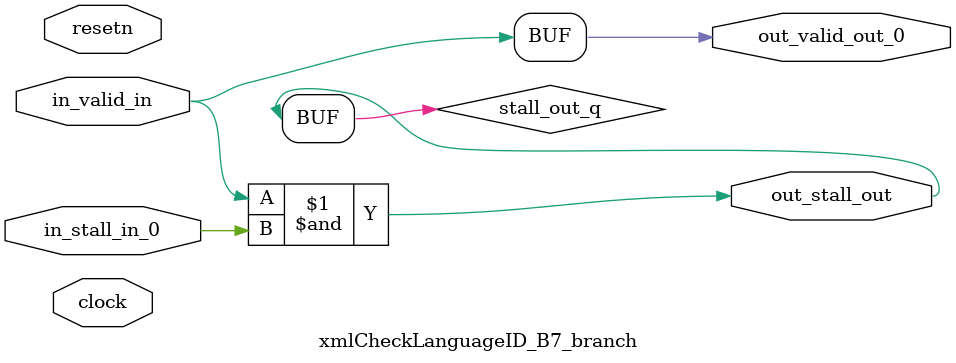
<source format=sv>



(* altera_attribute = "-name AUTO_SHIFT_REGISTER_RECOGNITION OFF; -name MESSAGE_DISABLE 10036; -name MESSAGE_DISABLE 10037; -name MESSAGE_DISABLE 14130; -name MESSAGE_DISABLE 14320; -name MESSAGE_DISABLE 15400; -name MESSAGE_DISABLE 14130; -name MESSAGE_DISABLE 10036; -name MESSAGE_DISABLE 12020; -name MESSAGE_DISABLE 12030; -name MESSAGE_DISABLE 12010; -name MESSAGE_DISABLE 12110; -name MESSAGE_DISABLE 14320; -name MESSAGE_DISABLE 13410; -name MESSAGE_DISABLE 113007; -name MESSAGE_DISABLE 10958" *)
module xmlCheckLanguageID_B7_branch (
    input wire [0:0] in_stall_in_0,
    input wire [0:0] in_valid_in,
    output wire [0:0] out_stall_out,
    output wire [0:0] out_valid_out_0,
    input wire clock,
    input wire resetn
    );

    wire [0:0] stall_out_q;


    // stall_out(LOGICAL,6)
    assign stall_out_q = in_valid_in & in_stall_in_0;

    // out_stall_out(GPOUT,4)
    assign out_stall_out = stall_out_q;

    // out_valid_out_0(GPOUT,5)
    assign out_valid_out_0 = in_valid_in;

endmodule

</source>
